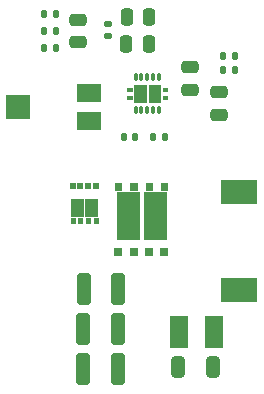
<source format=gbr>
%TF.GenerationSoftware,KiCad,Pcbnew,(6.0.8-1)-1*%
%TF.CreationDate,2022-10-03T20:28:42-04:00*%
%TF.ProjectId,TPS40305_supply,54505334-3033-4303-955f-737570706c79,rev?*%
%TF.SameCoordinates,Original*%
%TF.FileFunction,Paste,Top*%
%TF.FilePolarity,Positive*%
%FSLAX46Y46*%
G04 Gerber Fmt 4.6, Leading zero omitted, Abs format (unit mm)*
G04 Created by KiCad (PCBNEW (6.0.8-1)-1) date 2022-10-03 20:28:42*
%MOMM*%
%LPD*%
G01*
G04 APERTURE LIST*
G04 Aperture macros list*
%AMRoundRect*
0 Rectangle with rounded corners*
0 $1 Rounding radius*
0 $2 $3 $4 $5 $6 $7 $8 $9 X,Y pos of 4 corners*
0 Add a 4 corners polygon primitive as box body*
4,1,4,$2,$3,$4,$5,$6,$7,$8,$9,$2,$3,0*
0 Add four circle primitives for the rounded corners*
1,1,$1+$1,$2,$3*
1,1,$1+$1,$4,$5*
1,1,$1+$1,$6,$7*
1,1,$1+$1,$8,$9*
0 Add four rect primitives between the rounded corners*
20,1,$1+$1,$2,$3,$4,$5,0*
20,1,$1+$1,$4,$5,$6,$7,0*
20,1,$1+$1,$6,$7,$8,$9,0*
20,1,$1+$1,$8,$9,$2,$3,0*%
G04 Aperture macros list end*
%ADD10C,0.001000*%
%ADD11C,0.010000*%
%ADD12RoundRect,0.007874X-0.112126X0.292126X-0.112126X-0.292126X0.112126X-0.292126X0.112126X0.292126X0*%
%ADD13R,0.700000X0.800000*%
%ADD14RoundRect,0.250000X-0.325000X-1.100000X0.325000X-1.100000X0.325000X1.100000X-0.325000X1.100000X0*%
%ADD15RoundRect,0.250000X0.250000X0.475000X-0.250000X0.475000X-0.250000X-0.475000X0.250000X-0.475000X0*%
%ADD16RoundRect,0.135000X-0.135000X-0.185000X0.135000X-0.185000X0.135000X0.185000X-0.135000X0.185000X0*%
%ADD17RoundRect,0.250000X0.475000X-0.250000X0.475000X0.250000X-0.475000X0.250000X-0.475000X-0.250000X0*%
%ADD18R,0.500000X0.630000*%
%ADD19RoundRect,0.250000X-0.475000X0.250000X-0.475000X-0.250000X0.475000X-0.250000X0.475000X0.250000X0*%
%ADD20RoundRect,0.135000X0.135000X0.185000X-0.135000X0.185000X-0.135000X-0.185000X0.135000X-0.185000X0*%
%ADD21R,2.000000X1.600000*%
%ADD22R,2.000000X2.000000*%
%ADD23R,3.100000X2.000000*%
%ADD24RoundRect,0.140000X-0.140000X-0.170000X0.140000X-0.170000X0.140000X0.170000X-0.140000X0.170000X0*%
%ADD25R,1.600000X2.700000*%
%ADD26RoundRect,0.135000X-0.185000X0.135000X-0.185000X-0.135000X0.185000X-0.135000X0.185000X0.135000X0*%
%ADD27RoundRect,0.250000X0.325000X0.650000X-0.325000X0.650000X-0.325000X-0.650000X0.325000X-0.650000X0*%
G04 APERTURE END LIST*
%TO.C,U1*%
G36*
X99701091Y-49050800D02*
G01*
X98691091Y-49050800D01*
X98691091Y-47600800D01*
X99701091Y-47600800D01*
X99701091Y-49050800D01*
G37*
D10*
X99701091Y-49050800D02*
X98691091Y-49050800D01*
X98691091Y-47600800D01*
X99701091Y-47600800D01*
X99701091Y-49050800D01*
G36*
X98481091Y-48140800D02*
G01*
X98111091Y-48140800D01*
X98111091Y-47890800D01*
X98481091Y-47890800D01*
X98481091Y-48140800D01*
G37*
X98481091Y-48140800D02*
X98111091Y-48140800D01*
X98111091Y-47890800D01*
X98481091Y-47890800D01*
X98481091Y-48140800D01*
G36*
X98481091Y-48790800D02*
G01*
X98111091Y-48790800D01*
X98111091Y-48540800D01*
X98481091Y-48540800D01*
X98481091Y-48790800D01*
G37*
X98481091Y-48790800D02*
X98111091Y-48790800D01*
X98111091Y-48540800D01*
X98481091Y-48540800D01*
X98481091Y-48790800D01*
G36*
X101511091Y-48140800D02*
G01*
X101141091Y-48140800D01*
X101141091Y-47890800D01*
X101511091Y-47890800D01*
X101511091Y-48140800D01*
G37*
X101511091Y-48140800D02*
X101141091Y-48140800D01*
X101141091Y-47890800D01*
X101511091Y-47890800D01*
X101511091Y-48140800D01*
G36*
X101511091Y-48790800D02*
G01*
X101141091Y-48790800D01*
X101141091Y-48540800D01*
X101511091Y-48540800D01*
X101511091Y-48790800D01*
G37*
X101511091Y-48790800D02*
X101141091Y-48790800D01*
X101141091Y-48540800D01*
X101511091Y-48540800D01*
X101511091Y-48790800D01*
G36*
X100921091Y-49050800D02*
G01*
X99911091Y-49050800D01*
X99911091Y-47600800D01*
X100921091Y-47600800D01*
X100921091Y-49050800D01*
G37*
X100921091Y-49050800D02*
X99911091Y-49050800D01*
X99911091Y-47600800D01*
X100921091Y-47600800D01*
X100921091Y-49050800D01*
%TO.C,Q2*%
G36*
X101411000Y-60718800D02*
G01*
X99491000Y-60718800D01*
X99491000Y-56738800D01*
X101411000Y-56738800D01*
X101411000Y-60718800D01*
G37*
D11*
X101411000Y-60718800D02*
X99491000Y-60718800D01*
X99491000Y-56738800D01*
X101411000Y-56738800D01*
X101411000Y-60718800D01*
G36*
X100201000Y-56508800D02*
G01*
X99671000Y-56498800D01*
X99671000Y-55938800D01*
X100201000Y-55938800D01*
X100201000Y-56508800D01*
G37*
X100201000Y-56508800D02*
X99671000Y-56498800D01*
X99671000Y-55938800D01*
X100201000Y-55938800D01*
X100201000Y-56508800D01*
G36*
X98901000Y-56508800D02*
G01*
X98371000Y-56498800D01*
X98371000Y-55938800D01*
X98901000Y-55938800D01*
X98901000Y-56508800D01*
G37*
X98901000Y-56508800D02*
X98371000Y-56498800D01*
X98371000Y-55938800D01*
X98901000Y-55938800D01*
X98901000Y-56508800D01*
G36*
X101491000Y-56528800D02*
G01*
X100961000Y-56518800D01*
X100961000Y-55958800D01*
X101491000Y-55958800D01*
X101491000Y-56528800D01*
G37*
X101491000Y-56528800D02*
X100961000Y-56518800D01*
X100961000Y-55958800D01*
X101491000Y-55958800D01*
X101491000Y-56528800D01*
G36*
X99131000Y-60708800D02*
G01*
X97211000Y-60708800D01*
X97211000Y-56728800D01*
X99131000Y-56728800D01*
X99131000Y-60708800D01*
G37*
X99131000Y-60708800D02*
X97211000Y-60708800D01*
X97211000Y-56728800D01*
X99131000Y-56728800D01*
X99131000Y-60708800D01*
G36*
X97601000Y-56528800D02*
G01*
X97071000Y-56518800D01*
X97071000Y-55958800D01*
X97601000Y-55958800D01*
X97601000Y-56528800D01*
G37*
X97601000Y-56528800D02*
X97071000Y-56518800D01*
X97071000Y-55958800D01*
X97601000Y-55958800D01*
X97601000Y-56528800D01*
%TO.C,Q1*%
G36*
X95575971Y-58706729D02*
G01*
X94565971Y-58706729D01*
X94565971Y-57266729D01*
X95575971Y-57266729D01*
X95575971Y-58706729D01*
G37*
D10*
X95575971Y-58706729D02*
X94565971Y-58706729D01*
X94565971Y-57266729D01*
X95575971Y-57266729D01*
X95575971Y-58706729D01*
G36*
X94305971Y-59316729D02*
G01*
X93965971Y-59316729D01*
X93965971Y-58876729D01*
X94305971Y-58876729D01*
X94305971Y-59316729D01*
G37*
X94305971Y-59316729D02*
X93965971Y-59316729D01*
X93965971Y-58876729D01*
X94305971Y-58876729D01*
X94305971Y-59316729D01*
G36*
X95615971Y-59326729D02*
G01*
X95275971Y-59326729D01*
X95275971Y-58886729D01*
X95615971Y-58886729D01*
X95615971Y-59326729D01*
G37*
X95615971Y-59326729D02*
X95275971Y-59326729D01*
X95275971Y-58886729D01*
X95615971Y-58886729D01*
X95615971Y-59326729D01*
G36*
X94355971Y-58716729D02*
G01*
X93345971Y-58716729D01*
X93345971Y-57276729D01*
X94355971Y-57276729D01*
X94355971Y-58716729D01*
G37*
X94355971Y-58716729D02*
X93345971Y-58716729D01*
X93345971Y-57276729D01*
X94355971Y-57276729D01*
X94355971Y-58716729D01*
G36*
X93655971Y-59316729D02*
G01*
X93315971Y-59316729D01*
X93315971Y-58876729D01*
X93655971Y-58876729D01*
X93655971Y-59316729D01*
G37*
X93655971Y-59316729D02*
X93315971Y-59316729D01*
X93315971Y-58876729D01*
X93655971Y-58876729D01*
X93655971Y-59316729D01*
G36*
X94965971Y-59316729D02*
G01*
X94625971Y-59316729D01*
X94625971Y-58876729D01*
X94965971Y-58876729D01*
X94965971Y-59316729D01*
G37*
X94965971Y-59316729D02*
X94625971Y-59316729D01*
X94625971Y-58876729D01*
X94965971Y-58876729D01*
X94965971Y-59316729D01*
%TD*%
D12*
%TO.C,U1*%
X100811091Y-46940800D03*
X100311091Y-46940800D03*
X99781091Y-46940800D03*
X99311091Y-46940800D03*
X98811091Y-46940800D03*
X98811091Y-49740800D03*
X99311091Y-49740800D03*
X99811091Y-49740800D03*
X100311091Y-49740800D03*
X100811091Y-49740800D03*
%TD*%
D13*
%TO.C,Q2*%
X97361000Y-61781300D03*
X98659300Y-61781300D03*
X99922700Y-61781300D03*
X101221000Y-61781300D03*
%TD*%
D14*
%TO.C,C1*%
X94416000Y-64888800D03*
X97366000Y-64888800D03*
%TD*%
D15*
%TO.C,C6*%
X99942400Y-44186600D03*
X98042400Y-44186600D03*
%TD*%
D16*
%TO.C,R4*%
X91089000Y-44470400D03*
X92109000Y-44470400D03*
%TD*%
D17*
%TO.C,C9*%
X105875000Y-50166400D03*
X105875000Y-48266400D03*
%TD*%
D18*
%TO.C,Q1*%
X95440971Y-56211729D03*
X94790971Y-56211729D03*
X94140971Y-56211729D03*
X93490971Y-56211729D03*
%TD*%
D15*
%TO.C,C7*%
X99964800Y-41924400D03*
X98064800Y-41924400D03*
%TD*%
D19*
%TO.C,C4*%
X103392400Y-46130200D03*
X103392400Y-48030200D03*
%TD*%
D20*
%TO.C,R6*%
X92109000Y-41655000D03*
X91089000Y-41655000D03*
%TD*%
D21*
%TO.C,R7*%
X94868200Y-48362200D03*
D22*
X88868200Y-49522200D03*
D21*
X94868200Y-50682200D03*
%TD*%
D23*
%TO.C,L1*%
X107610000Y-56680000D03*
X107610000Y-65000000D03*
%TD*%
D14*
%TO.C,C3*%
X94376000Y-71658800D03*
X97326000Y-71658800D03*
%TD*%
D16*
%TO.C,R3*%
X100259600Y-52042000D03*
X101279600Y-52042000D03*
%TD*%
D24*
%TO.C,C8*%
X97799200Y-52046600D03*
X98759200Y-52046600D03*
%TD*%
D17*
%TO.C,C10*%
X93940000Y-44000000D03*
X93940000Y-42100000D03*
%TD*%
D16*
%TO.C,R2*%
X106220600Y-45214000D03*
X107240600Y-45214000D03*
%TD*%
D25*
%TO.C,C11*%
X105461000Y-68558800D03*
X102461000Y-68558800D03*
%TD*%
D26*
%TO.C,R1*%
X96438200Y-42492200D03*
X96438200Y-43512200D03*
%TD*%
D24*
%TO.C,C5*%
X106244800Y-46399400D03*
X107204800Y-46399400D03*
%TD*%
D16*
%TO.C,R5*%
X91089000Y-43062700D03*
X92109000Y-43062700D03*
%TD*%
D14*
%TO.C,C2*%
X94376000Y-68298800D03*
X97326000Y-68298800D03*
%TD*%
D27*
%TO.C,C12*%
X105396000Y-71528800D03*
X102446000Y-71528800D03*
%TD*%
M02*

</source>
